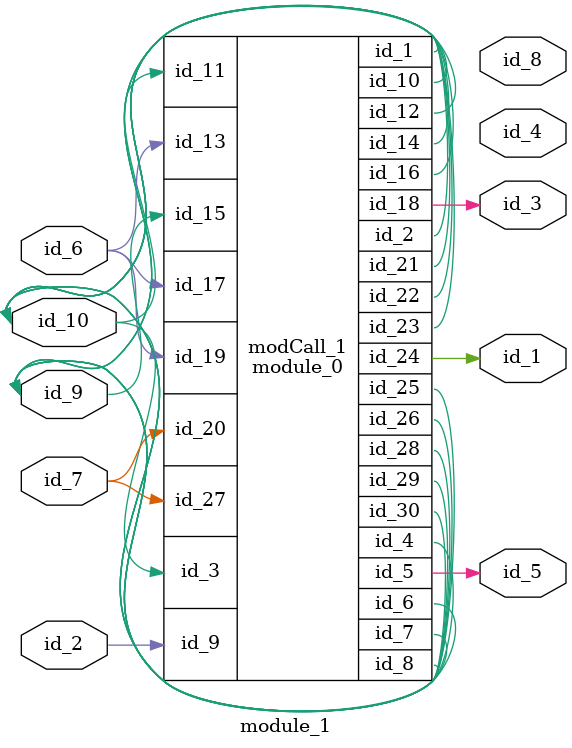
<source format=v>
module module_0 (
    id_1,
    id_2,
    id_3,
    id_4,
    id_5,
    id_6,
    id_7,
    id_8,
    id_9,
    id_10,
    id_11,
    id_12,
    id_13,
    id_14,
    id_15,
    id_16,
    id_17,
    id_18,
    id_19,
    id_20,
    id_21,
    id_22,
    id_23,
    id_24,
    id_25,
    id_26,
    id_27,
    id_28,
    id_29,
    id_30
);
  inout wire id_30;
  inout wire id_29;
  inout wire id_28;
  input wire id_27;
  inout wire id_26;
  inout wire id_25;
  output wire id_24;
  output wire id_23;
  inout wire id_22;
  inout wire id_21;
  input wire id_20;
  input wire id_19;
  output wire id_18;
  input wire id_17;
  inout wire id_16;
  input wire id_15;
  output wire id_14;
  input wire id_13;
  inout wire id_12;
  input wire id_11;
  inout wire id_10;
  input wire id_9;
  inout wire id_8;
  inout wire id_7;
  inout wire id_6;
  output wire id_5;
  output wire id_4;
  input wire id_3;
  inout wire id_2;
  output wire id_1;
endmodule
module module_1 (
    id_1,
    id_2,
    id_3,
    id_4,
    id_5,
    id_6,
    id_7,
    id_8,
    id_9,
    id_10
);
  inout wire id_10;
  inout wire id_9;
  output wire id_8;
  input wire id_7;
  module_0 modCall_1 (
      id_10,
      id_9,
      id_10,
      id_9,
      id_5,
      id_9,
      id_10,
      id_10,
      id_2,
      id_10,
      id_10,
      id_9,
      id_6,
      id_10,
      id_9,
      id_9,
      id_6,
      id_3,
      id_6,
      id_7,
      id_10,
      id_10,
      id_10,
      id_1,
      id_9,
      id_9,
      id_7,
      id_10,
      id_10,
      id_9
  );
  input wire id_6;
  output wire id_5;
  output wire id_4;
  output wire id_3;
  input wire id_2;
  output wire id_1;
  localparam id_11 = 1;
endmodule

</source>
